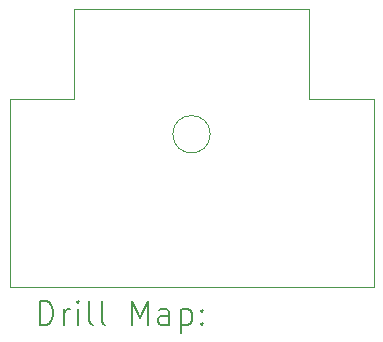
<source format=gbr>
%TF.GenerationSoftware,KiCad,Pcbnew,9.0.0*%
%TF.CreationDate,2025-03-27T12:33:42-07:00*%
%TF.ProjectId,SNES2VGA,534e4553-3256-4474-912e-6b696361645f,1*%
%TF.SameCoordinates,Original*%
%TF.FileFunction,Drillmap*%
%TF.FilePolarity,Positive*%
%FSLAX45Y45*%
G04 Gerber Fmt 4.5, Leading zero omitted, Abs format (unit mm)*
G04 Created by KiCad (PCBNEW 9.0.0) date 2025-03-27 12:33:42*
%MOMM*%
%LPD*%
G01*
G04 APERTURE LIST*
%ADD10C,0.100000*%
%ADD11C,0.200000*%
G04 APERTURE END LIST*
D10*
X12555000Y-9612000D02*
X12555000Y-11206000D01*
X15090000Y-8848000D02*
X15090000Y-9612000D01*
X12555000Y-11206000D02*
X15635000Y-11206000D01*
X14252000Y-9909000D02*
G75*
G02*
X13936000Y-9909000I-158000J0D01*
G01*
X13936000Y-9909000D02*
G75*
G02*
X14252000Y-9909000I158000J0D01*
G01*
X12555000Y-9612000D02*
X13099000Y-9612000D01*
X15635000Y-9612000D02*
X15635000Y-11206000D01*
X13099000Y-8848000D02*
X15090000Y-8848000D01*
X13099000Y-8848000D02*
X13099000Y-9612000D01*
X15090000Y-9612000D02*
X15635000Y-9612000D01*
D11*
X12810777Y-11522484D02*
X12810777Y-11322484D01*
X12810777Y-11322484D02*
X12858396Y-11322484D01*
X12858396Y-11322484D02*
X12886967Y-11332008D01*
X12886967Y-11332008D02*
X12906015Y-11351055D01*
X12906015Y-11351055D02*
X12915539Y-11370103D01*
X12915539Y-11370103D02*
X12925062Y-11408198D01*
X12925062Y-11408198D02*
X12925062Y-11436769D01*
X12925062Y-11436769D02*
X12915539Y-11474865D01*
X12915539Y-11474865D02*
X12906015Y-11493912D01*
X12906015Y-11493912D02*
X12886967Y-11512960D01*
X12886967Y-11512960D02*
X12858396Y-11522484D01*
X12858396Y-11522484D02*
X12810777Y-11522484D01*
X13010777Y-11522484D02*
X13010777Y-11389150D01*
X13010777Y-11427246D02*
X13020301Y-11408198D01*
X13020301Y-11408198D02*
X13029824Y-11398674D01*
X13029824Y-11398674D02*
X13048872Y-11389150D01*
X13048872Y-11389150D02*
X13067920Y-11389150D01*
X13134586Y-11522484D02*
X13134586Y-11389150D01*
X13134586Y-11322484D02*
X13125062Y-11332008D01*
X13125062Y-11332008D02*
X13134586Y-11341531D01*
X13134586Y-11341531D02*
X13144110Y-11332008D01*
X13144110Y-11332008D02*
X13134586Y-11322484D01*
X13134586Y-11322484D02*
X13134586Y-11341531D01*
X13258396Y-11522484D02*
X13239348Y-11512960D01*
X13239348Y-11512960D02*
X13229824Y-11493912D01*
X13229824Y-11493912D02*
X13229824Y-11322484D01*
X13363158Y-11522484D02*
X13344110Y-11512960D01*
X13344110Y-11512960D02*
X13334586Y-11493912D01*
X13334586Y-11493912D02*
X13334586Y-11322484D01*
X13591729Y-11522484D02*
X13591729Y-11322484D01*
X13591729Y-11322484D02*
X13658396Y-11465341D01*
X13658396Y-11465341D02*
X13725062Y-11322484D01*
X13725062Y-11322484D02*
X13725062Y-11522484D01*
X13906015Y-11522484D02*
X13906015Y-11417722D01*
X13906015Y-11417722D02*
X13896491Y-11398674D01*
X13896491Y-11398674D02*
X13877443Y-11389150D01*
X13877443Y-11389150D02*
X13839348Y-11389150D01*
X13839348Y-11389150D02*
X13820301Y-11398674D01*
X13906015Y-11512960D02*
X13886967Y-11522484D01*
X13886967Y-11522484D02*
X13839348Y-11522484D01*
X13839348Y-11522484D02*
X13820301Y-11512960D01*
X13820301Y-11512960D02*
X13810777Y-11493912D01*
X13810777Y-11493912D02*
X13810777Y-11474865D01*
X13810777Y-11474865D02*
X13820301Y-11455817D01*
X13820301Y-11455817D02*
X13839348Y-11446293D01*
X13839348Y-11446293D02*
X13886967Y-11446293D01*
X13886967Y-11446293D02*
X13906015Y-11436769D01*
X14001253Y-11389150D02*
X14001253Y-11589150D01*
X14001253Y-11398674D02*
X14020301Y-11389150D01*
X14020301Y-11389150D02*
X14058396Y-11389150D01*
X14058396Y-11389150D02*
X14077443Y-11398674D01*
X14077443Y-11398674D02*
X14086967Y-11408198D01*
X14086967Y-11408198D02*
X14096491Y-11427246D01*
X14096491Y-11427246D02*
X14096491Y-11484388D01*
X14096491Y-11484388D02*
X14086967Y-11503436D01*
X14086967Y-11503436D02*
X14077443Y-11512960D01*
X14077443Y-11512960D02*
X14058396Y-11522484D01*
X14058396Y-11522484D02*
X14020301Y-11522484D01*
X14020301Y-11522484D02*
X14001253Y-11512960D01*
X14182205Y-11503436D02*
X14191729Y-11512960D01*
X14191729Y-11512960D02*
X14182205Y-11522484D01*
X14182205Y-11522484D02*
X14172682Y-11512960D01*
X14172682Y-11512960D02*
X14182205Y-11503436D01*
X14182205Y-11503436D02*
X14182205Y-11522484D01*
X14182205Y-11398674D02*
X14191729Y-11408198D01*
X14191729Y-11408198D02*
X14182205Y-11417722D01*
X14182205Y-11417722D02*
X14172682Y-11408198D01*
X14172682Y-11408198D02*
X14182205Y-11398674D01*
X14182205Y-11398674D02*
X14182205Y-11417722D01*
M02*

</source>
